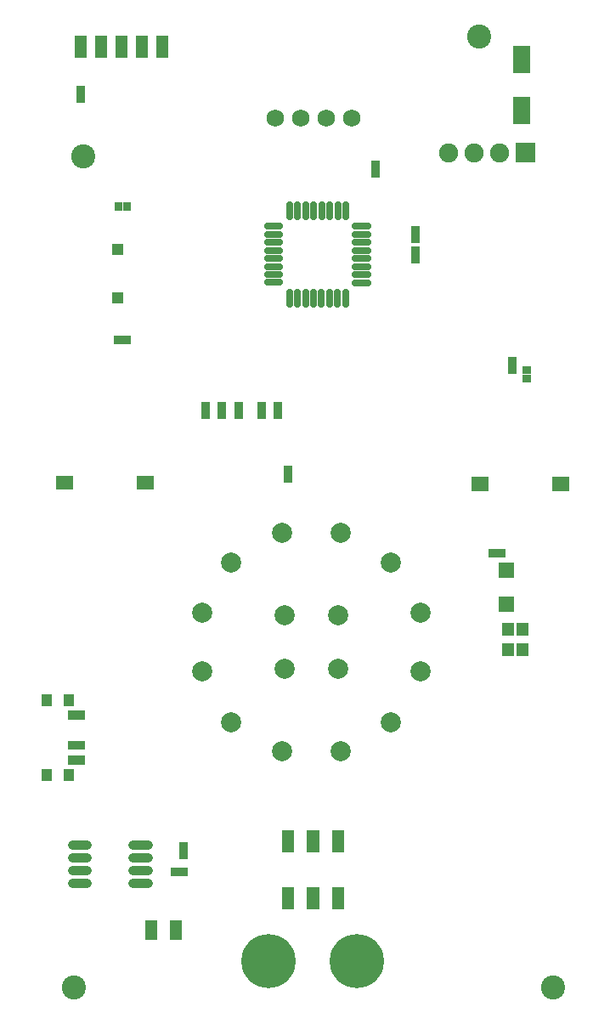
<source format=gts>
G04 Layer: TopSolderMaskLayer*
G04 EasyEDA v6.2.46, 2019-12-15T14:12:23+01:00*
G04 62ef9a7e5eba40e79a6bb794ca2fffcb,674c0623d3a246009f606e19fc16e94a,10*
G04 Gerber Generator version 0.2*
G04 Scale: 100 percent, Rotated: No, Reflected: No *
G04 Dimensions in millimeters *
G04 leading zeros omitted , absolute positions ,3 integer and 3 decimal *
%FSLAX33Y33*%
%MOMM*%
G90*
G71D02*

%ADD63C,0.653212*%
%ADD64C,0.903199*%
%ADD68C,2.003196*%
%ADD71C,1.727200*%
%ADD75C,5.403190*%
%ADD80C,1.903197*%
%ADD81C,2.403196*%

%LPD*%
G54D63*
G01X25273Y81359D02*
G01X25273Y80159D01*
G01X26073Y81359D02*
G01X26073Y80159D01*
G01X26873Y81359D02*
G01X26873Y80159D01*
G01X27673Y81359D02*
G01X27673Y80159D01*
G01X28470Y81359D02*
G01X28470Y80159D01*
G01X29270Y81359D02*
G01X29270Y80159D01*
G01X30071Y81359D02*
G01X30071Y80159D01*
G01X30871Y81359D02*
G01X30871Y80159D01*
G01X31835Y79184D02*
G01X33035Y79184D01*
G01X31835Y78384D02*
G01X33035Y78384D01*
G01X31835Y77584D02*
G01X33035Y77584D01*
G01X31835Y76784D02*
G01X33035Y76784D01*
G01X31835Y75986D02*
G01X33035Y75986D01*
G01X31835Y75186D02*
G01X33035Y75186D01*
G01X31835Y74386D02*
G01X33035Y74386D01*
G01X31835Y73586D02*
G01X33035Y73586D01*
G01X30861Y72596D02*
G01X30861Y71396D01*
G01X30060Y72596D02*
G01X30060Y71396D01*
G01X29260Y72596D02*
G01X29260Y71396D01*
G01X28460Y72596D02*
G01X28460Y71396D01*
G01X27663Y72596D02*
G01X27663Y71396D01*
G01X26863Y72596D02*
G01X26863Y71396D01*
G01X26062Y72596D02*
G01X26062Y71396D01*
G01X25262Y72596D02*
G01X25262Y71396D01*
G01X23098Y73596D02*
G01X24298Y73596D01*
G01X23098Y74396D02*
G01X24298Y74396D01*
G01X23098Y75196D02*
G01X24298Y75196D01*
G01X23098Y75997D02*
G01X24298Y75997D01*
G01X23098Y76794D02*
G01X24298Y76794D01*
G01X23098Y77594D02*
G01X24298Y77594D01*
G01X23098Y78394D02*
G01X24298Y78394D01*
G01X23098Y79194D02*
G01X24298Y79194D01*
G54D64*
G01X3593Y17577D02*
G01X5093Y17577D01*
G01X3593Y16307D02*
G01X5093Y16307D01*
G01X3593Y15037D02*
G01X5093Y15037D01*
G01X3593Y13767D02*
G01X5093Y13767D01*
G01X9638Y17577D02*
G01X11138Y17577D01*
G01X9638Y16307D02*
G01X11138Y16307D01*
G01X9638Y15037D02*
G01X11138Y15037D01*
G01X9638Y13767D02*
G01X11138Y13767D01*
G36*
G01X3843Y95976D02*
G01X3843Y98181D01*
G01X5046Y98181D01*
G01X5046Y95976D01*
G01X3843Y95976D01*
G37*
G36*
G01X5875Y95976D02*
G01X5875Y98181D01*
G01X7078Y98181D01*
G01X7078Y95976D01*
G01X5875Y95976D01*
G37*
G36*
G01X7907Y95976D02*
G01X7907Y98181D01*
G01X9110Y98181D01*
G01X9110Y95976D01*
G01X7907Y95976D01*
G37*
G36*
G01X9939Y95976D02*
G01X9939Y98181D01*
G01X11142Y98181D01*
G01X11142Y95976D01*
G01X9939Y95976D01*
G37*
G36*
G01X11971Y95976D02*
G01X11971Y98181D01*
G01X13174Y98181D01*
G01X13174Y95976D01*
G01X11971Y95976D01*
G37*
G36*
G01X46111Y44178D02*
G01X46111Y45682D01*
G01X47614Y45682D01*
G01X47614Y44178D01*
G01X46111Y44178D01*
G37*
G36*
G01X46111Y40779D02*
G01X46111Y42283D01*
G01X47614Y42283D01*
G01X47614Y40779D01*
G01X46111Y40779D01*
G37*
G36*
G01X24719Y54513D02*
G01X24719Y55316D01*
G01X25572Y55316D01*
G01X25572Y54513D01*
G01X24719Y54513D01*
G37*
G36*
G01X24719Y53665D02*
G01X24719Y54467D01*
G01X25572Y54467D01*
G01X25572Y53665D01*
G01X24719Y53665D01*
G37*
G54D68*
G01X30346Y48638D03*
G01X35388Y45726D03*
G01X38297Y40684D03*
G01X38297Y34851D03*
G01X35388Y29814D03*
G01X30346Y26903D03*
G01X24516Y26905D03*
G01X19479Y29815D03*
G01X16568Y34855D03*
G01X16567Y40689D03*
G01X19476Y45720D03*
G01X24519Y48634D03*
G01X30078Y40415D03*
G01X30109Y35094D03*
G01X24762Y35098D03*
G01X24792Y40409D03*
G36*
G01X47851Y36355D02*
G01X47851Y37660D01*
G01X49052Y37660D01*
G01X49052Y36355D01*
G01X47851Y36355D01*
G37*
G36*
G01X46451Y36355D02*
G01X46451Y37660D01*
G01X47652Y37660D01*
G01X47652Y36355D01*
G01X46451Y36355D01*
G37*
G36*
G01X47851Y38387D02*
G01X47851Y39692D01*
G01X49052Y39692D01*
G01X49052Y38387D01*
G01X47851Y38387D01*
G37*
G36*
G01X46451Y38387D02*
G01X46451Y39692D01*
G01X47652Y39692D01*
G01X47652Y38387D01*
G01X46451Y38387D01*
G37*
G36*
G01X47523Y89357D02*
G01X47523Y92100D01*
G01X49250Y92100D01*
G01X49250Y89357D01*
G01X47523Y89357D01*
G37*
G36*
G01X47523Y94437D02*
G01X47523Y97180D01*
G01X49250Y97180D01*
G01X49250Y94437D01*
G01X47523Y94437D01*
G37*
G54D71*
G01X23876Y89967D03*
G01X26416Y89967D03*
G01X28956Y89967D03*
G01X31496Y89967D03*
G36*
G01X37419Y75509D02*
G01X37419Y76311D01*
G01X38272Y76311D01*
G01X38272Y75509D01*
G01X37419Y75509D01*
G37*
G36*
G01X37419Y76357D02*
G01X37419Y77160D01*
G01X38272Y77160D01*
G01X38272Y76357D01*
G01X37419Y76357D01*
G37*
G36*
G01X4018Y91511D02*
G01X4018Y92313D01*
G01X4871Y92313D01*
G01X4871Y91511D01*
G01X4018Y91511D01*
G37*
G36*
G01X4018Y92359D02*
G01X4018Y93162D01*
G01X4871Y93162D01*
G01X4871Y92359D01*
G01X4018Y92359D01*
G37*
G36*
G01X33439Y84909D02*
G01X33439Y85712D01*
G01X34292Y85712D01*
G01X34292Y84909D01*
G01X33439Y84909D01*
G37*
G36*
G01X33439Y84061D02*
G01X33439Y84864D01*
G01X34292Y84864D01*
G01X34292Y84061D01*
G01X33439Y84061D01*
G37*
G36*
G01X37419Y77541D02*
G01X37419Y78343D01*
G01X38272Y78343D01*
G01X38272Y77541D01*
G01X37419Y77541D01*
G37*
G36*
G01X37419Y78389D02*
G01X37419Y79192D01*
G01X38272Y79192D01*
G01X38272Y78389D01*
G01X37419Y78389D01*
G37*
G36*
G01X13441Y14483D02*
G01X13441Y15336D01*
G01X14244Y15336D01*
G01X14244Y14483D01*
G01X13441Y14483D01*
G37*
G36*
G01X14290Y14483D02*
G01X14290Y15336D01*
G01X15092Y15336D01*
G01X15092Y14483D01*
G01X14290Y14483D01*
G37*
G36*
G01X14305Y17008D02*
G01X14305Y17810D01*
G01X15158Y17810D01*
G01X15158Y17008D01*
G01X14305Y17008D01*
G37*
G36*
G01X14305Y16159D02*
G01X14305Y16962D01*
G01X15158Y16962D01*
G01X15158Y16159D01*
G01X14305Y16159D01*
G37*
G36*
G01X13368Y8064D02*
G01X13368Y10068D01*
G01X14571Y10068D01*
G01X14571Y8064D01*
G01X13368Y8064D01*
G37*
G36*
G01X10868Y8064D02*
G01X10868Y10068D01*
G01X12072Y10068D01*
G01X12072Y8064D01*
G01X10868Y8064D01*
G37*
G36*
G01X45953Y46233D02*
G01X45953Y47086D01*
G01X46756Y47086D01*
G01X46756Y46233D01*
G01X45953Y46233D01*
G37*
G36*
G01X45105Y46233D02*
G01X45105Y47086D01*
G01X45907Y47086D01*
G01X45907Y46233D01*
G01X45105Y46233D01*
G37*
G36*
G01X22052Y60015D02*
G01X22052Y60817D01*
G01X22905Y60817D01*
G01X22905Y60015D01*
G01X22052Y60015D01*
G37*
G36*
G01X22052Y60863D02*
G01X22052Y61666D01*
G01X22905Y61666D01*
G01X22905Y60863D01*
G01X22052Y60863D01*
G37*
G36*
G01X23703Y60863D02*
G01X23703Y61666D01*
G01X24556Y61666D01*
G01X24556Y60863D01*
G01X23703Y60863D01*
G37*
G36*
G01X23703Y60015D02*
G01X23703Y60817D01*
G01X24556Y60817D01*
G01X24556Y60015D01*
G01X23703Y60015D01*
G37*
G36*
G01X19766Y60863D02*
G01X19766Y61666D01*
G01X20619Y61666D01*
G01X20619Y60863D01*
G01X19766Y60863D01*
G37*
G36*
G01X19766Y60015D02*
G01X19766Y60817D01*
G01X20619Y60817D01*
G01X20619Y60015D01*
G01X19766Y60015D01*
G37*
G36*
G01X18115Y60863D02*
G01X18115Y61666D01*
G01X18968Y61666D01*
G01X18968Y60863D01*
G01X18115Y60863D01*
G37*
G36*
G01X18115Y60015D02*
G01X18115Y60817D01*
G01X18968Y60817D01*
G01X18968Y60015D01*
G01X18115Y60015D01*
G37*
G36*
G01X16464Y60863D02*
G01X16464Y61666D01*
G01X17317Y61666D01*
G01X17317Y60863D01*
G01X16464Y60863D01*
G37*
G36*
G01X16464Y60015D02*
G01X16464Y60817D01*
G01X17317Y60817D01*
G01X17317Y60015D01*
G01X16464Y60015D01*
G37*
G36*
G01X47071Y64503D02*
G01X47071Y65306D01*
G01X47924Y65306D01*
G01X47924Y64503D01*
G01X47071Y64503D01*
G37*
G36*
G01X47071Y65351D02*
G01X47071Y66154D01*
G01X47924Y66154D01*
G01X47924Y65351D01*
G01X47071Y65351D01*
G37*
G36*
G01X48468Y64462D02*
G01X48468Y65265D01*
G01X49321Y65265D01*
G01X49321Y64462D01*
G01X48468Y64462D01*
G37*
G36*
G01X48468Y63614D02*
G01X48468Y64417D01*
G01X49321Y64417D01*
G01X49321Y63614D01*
G01X48468Y63614D01*
G37*
G36*
G01X7574Y71478D02*
G01X7574Y72588D01*
G01X8684Y72588D01*
G01X8684Y71478D01*
G01X7574Y71478D01*
G37*
G36*
G01X7574Y76355D02*
G01X7574Y77465D01*
G01X8684Y77465D01*
G01X8684Y76355D01*
G01X7574Y76355D01*
G37*
G36*
G01X8615Y67442D02*
G01X8615Y68295D01*
G01X9418Y68295D01*
G01X9418Y67442D01*
G01X8615Y67442D01*
G37*
G36*
G01X7767Y67442D02*
G01X7767Y68295D01*
G01X8569Y68295D01*
G01X8569Y67442D01*
G01X7767Y67442D01*
G37*
G36*
G01X8658Y80777D02*
G01X8658Y81630D01*
G01X9461Y81630D01*
G01X9461Y80777D01*
G01X8658Y80777D01*
G37*
G36*
G01X7810Y80777D02*
G01X7810Y81630D01*
G01X8613Y81630D01*
G01X8613Y80777D01*
G01X7810Y80777D01*
G37*
G54D75*
G01X23183Y5999D03*
G01X32004Y5999D03*
G36*
G01X24513Y11125D02*
G01X24513Y13327D01*
G01X25714Y13327D01*
G01X25714Y11125D01*
G01X24513Y11125D01*
G37*
G36*
G01X27015Y11122D02*
G01X27015Y13327D01*
G01X28216Y13327D01*
G01X28216Y11122D01*
G01X27015Y11122D01*
G37*
G36*
G01X29512Y11125D02*
G01X29512Y13327D01*
G01X30716Y13327D01*
G01X30716Y11125D01*
G01X29512Y11125D01*
G37*
G36*
G01X24513Y16822D02*
G01X24513Y19027D01*
G01X25717Y19027D01*
G01X25717Y16822D01*
G01X24513Y16822D01*
G37*
G36*
G01X27015Y16822D02*
G01X27015Y19024D01*
G01X28219Y19024D01*
G01X28219Y16822D01*
G01X27015Y16822D01*
G37*
G36*
G01X29514Y16822D02*
G01X29514Y19027D01*
G01X30718Y19027D01*
G01X30718Y16822D01*
G01X29514Y16822D01*
G37*
G36*
G01X43408Y52816D02*
G01X43408Y54219D01*
G01X45110Y54219D01*
G01X45110Y52816D01*
G01X43408Y52816D01*
G37*
G36*
G01X51409Y52816D02*
G01X51409Y54219D01*
G01X53111Y54219D01*
G01X53111Y52816D01*
G01X51409Y52816D01*
G37*
G36*
G01X2006Y52943D02*
G01X2006Y54346D01*
G01X3708Y54346D01*
G01X3708Y52943D01*
G01X2006Y52943D01*
G37*
G36*
G01X10007Y52943D02*
G01X10007Y54346D01*
G01X11709Y54346D01*
G01X11709Y52943D01*
G01X10007Y52943D01*
G37*
G36*
G01X566Y31351D02*
G01X566Y32555D01*
G01X1569Y32555D01*
G01X1569Y31351D01*
G01X566Y31351D01*
G37*
G36*
G01X2750Y31351D02*
G01X2750Y32555D01*
G01X3754Y32555D01*
G01X3754Y31351D01*
G01X2750Y31351D01*
G37*
G36*
G01X2750Y23934D02*
G01X2750Y25138D01*
G01X3754Y25138D01*
G01X3754Y23934D01*
G01X2750Y23934D01*
G37*
G36*
G01X566Y23934D02*
G01X566Y25138D01*
G01X1569Y25138D01*
G01X1569Y23934D01*
G01X566Y23934D01*
G37*
G36*
G01X3187Y30053D02*
G01X3187Y30957D01*
G01X4892Y30957D01*
G01X4892Y30053D01*
G01X3187Y30053D01*
G37*
G36*
G01X3187Y27030D02*
G01X3187Y27935D01*
G01X4892Y27935D01*
G01X4892Y27030D01*
G01X3187Y27030D01*
G37*
G36*
G01X3187Y25532D02*
G01X3187Y26436D01*
G01X4892Y26436D01*
G01X4892Y25532D01*
G01X3187Y25532D01*
G37*
G36*
G01X47815Y85585D02*
G01X47815Y87490D01*
G01X49720Y87490D01*
G01X49720Y85585D01*
G01X47815Y85585D01*
G37*
G54D80*
G01X46228Y86538D03*
G01X43688Y86538D03*
G01X41148Y86538D03*
G54D81*
G01X51562Y3353D03*
G01X3810Y3353D03*
G01X44196Y98095D03*
G01X4699Y86157D03*
M00*
M02*

</source>
